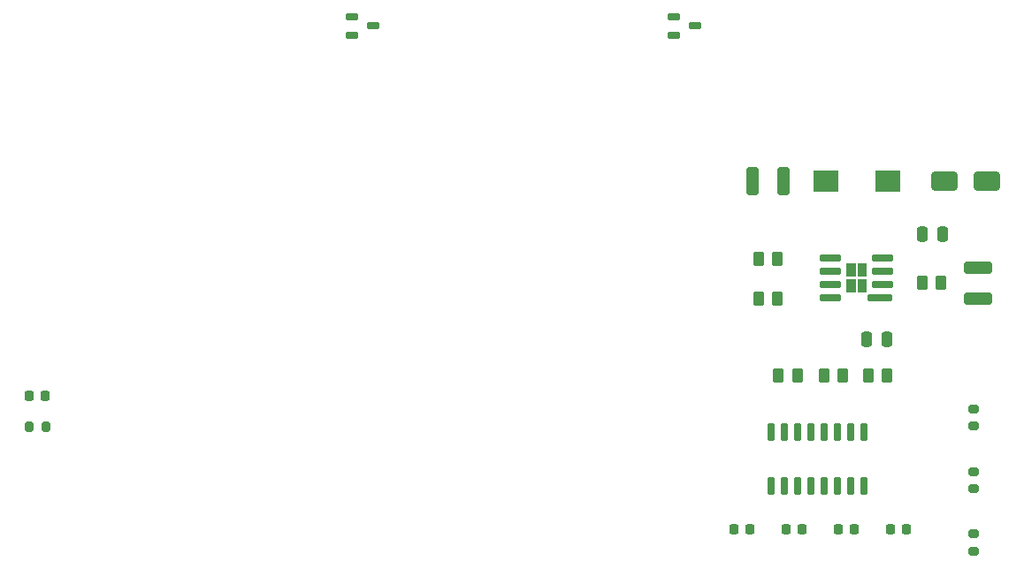
<source format=gtp>
%TF.GenerationSoftware,KiCad,Pcbnew,7.0.1-3b83917a11~171~ubuntu20.04.1*%
%TF.CreationDate,2023-05-08T06:47:33+09:00*%
%TF.ProjectId,pcb,7063622e-6b69-4636-9164-5f7063625858,rev?*%
%TF.SameCoordinates,Original*%
%TF.FileFunction,Paste,Top*%
%TF.FilePolarity,Positive*%
%FSLAX46Y46*%
G04 Gerber Fmt 4.6, Leading zero omitted, Abs format (unit mm)*
G04 Created by KiCad (PCBNEW 7.0.1-3b83917a11~171~ubuntu20.04.1) date 2023-05-08 06:47:33*
%MOMM*%
%LPD*%
G01*
G04 APERTURE LIST*
G04 Aperture macros list*
%AMRoundRect*
0 Rectangle with rounded corners*
0 $1 Rounding radius*
0 $2 $3 $4 $5 $6 $7 $8 $9 X,Y pos of 4 corners*
0 Add a 4 corners polygon primitive as box body*
4,1,4,$2,$3,$4,$5,$6,$7,$8,$9,$2,$3,0*
0 Add four circle primitives for the rounded corners*
1,1,$1+$1,$2,$3*
1,1,$1+$1,$4,$5*
1,1,$1+$1,$6,$7*
1,1,$1+$1,$8,$9*
0 Add four rect primitives between the rounded corners*
20,1,$1+$1,$2,$3,$4,$5,0*
20,1,$1+$1,$4,$5,$6,$7,0*
20,1,$1+$1,$6,$7,$8,$9,0*
20,1,$1+$1,$8,$9,$2,$3,0*%
G04 Aperture macros list end*
%ADD10C,0.010000*%
%ADD11RoundRect,0.150000X0.150000X-0.725000X0.150000X0.725000X-0.150000X0.725000X-0.150000X-0.725000X0*%
%ADD12RoundRect,0.200000X-0.275000X0.200000X-0.275000X-0.200000X0.275000X-0.200000X0.275000X0.200000X0*%
%ADD13RoundRect,0.225000X-0.225000X-0.250000X0.225000X-0.250000X0.225000X0.250000X-0.225000X0.250000X0*%
%ADD14RoundRect,0.250000X0.262500X0.450000X-0.262500X0.450000X-0.262500X-0.450000X0.262500X-0.450000X0*%
%ADD15RoundRect,0.250000X-0.262500X-0.450000X0.262500X-0.450000X0.262500X0.450000X-0.262500X0.450000X0*%
%ADD16RoundRect,0.250000X-0.250000X-0.475000X0.250000X-0.475000X0.250000X0.475000X-0.250000X0.475000X0*%
%ADD17RoundRect,0.250000X-1.100000X0.325000X-1.100000X-0.325000X1.100000X-0.325000X1.100000X0.325000X0*%
%ADD18RoundRect,0.200000X0.200000X0.275000X-0.200000X0.275000X-0.200000X-0.275000X0.200000X-0.275000X0*%
%ADD19R,2.450000X2.100000*%
%ADD20RoundRect,0.225000X0.225000X0.250000X-0.225000X0.250000X-0.225000X-0.250000X0.225000X-0.250000X0*%
%ADD21RoundRect,0.250000X-1.000000X-0.650000X1.000000X-0.650000X1.000000X0.650000X-1.000000X0.650000X0*%
%ADD22RoundRect,0.048800X-0.541200X-0.256200X0.541200X-0.256200X0.541200X0.256200X-0.541200X0.256200X0*%
%ADD23RoundRect,0.096000X-0.889000X-0.204000X0.889000X-0.204000X0.889000X0.204000X-0.889000X0.204000X0*%
%ADD24RoundRect,0.096000X-1.126000X-0.204000X1.126000X-0.204000X1.126000X0.204000X-1.126000X0.204000X0*%
%ADD25RoundRect,0.250000X0.325000X1.100000X-0.325000X1.100000X-0.325000X-1.100000X0.325000X-1.100000X0*%
G04 APERTURE END LIST*
%TO.C,U1*%
D10*
X102187800Y-48999140D02*
X101385528Y-48999140D01*
X101385528Y-47755800D01*
X102187800Y-47755800D01*
X102187800Y-48999140D01*
G36*
X102187800Y-48999140D02*
G01*
X101385528Y-48999140D01*
X101385528Y-47755800D01*
X102187800Y-47755800D01*
X102187800Y-48999140D01*
G37*
X102187800Y-47485509D02*
X101385781Y-47485509D01*
X101385781Y-46245800D01*
X102187800Y-46245800D01*
X102187800Y-47485509D01*
G36*
X102187800Y-47485509D02*
G01*
X101385781Y-47485509D01*
X101385781Y-46245800D01*
X102187800Y-46245800D01*
X102187800Y-47485509D01*
G37*
X103257800Y-48997940D02*
X102458009Y-48997940D01*
X102458009Y-47755800D01*
X103257800Y-47755800D01*
X103257800Y-48997940D01*
G36*
X103257800Y-48997940D02*
G01*
X102458009Y-48997940D01*
X102458009Y-47755800D01*
X103257800Y-47755800D01*
X103257800Y-48997940D01*
G37*
X103257800Y-47485387D02*
X102458213Y-47485387D01*
X102458213Y-46245800D01*
X103257800Y-46245800D01*
X103257800Y-47485387D01*
G36*
X103257800Y-47485387D02*
G01*
X102458213Y-47485387D01*
X102458213Y-46245800D01*
X103257800Y-46245800D01*
X103257800Y-47485387D01*
G37*
%TD*%
D11*
%TO.C,U3*%
X94169400Y-67606200D03*
X95439400Y-67606200D03*
X96709400Y-67606200D03*
X97979400Y-67606200D03*
X99249400Y-67606200D03*
X100519400Y-67606200D03*
X101789400Y-67606200D03*
X103059400Y-67606200D03*
X103059400Y-62456200D03*
X101789400Y-62456200D03*
X100519400Y-62456200D03*
X99249400Y-62456200D03*
X97979400Y-62456200D03*
X96709400Y-62456200D03*
X95439400Y-62456200D03*
X94169400Y-62456200D03*
%TD*%
D12*
%TO.C,R7*%
X113560000Y-60230000D03*
X113560000Y-61880000D03*
%TD*%
%TO.C,R8*%
X113560000Y-66240000D03*
X113560000Y-67890000D03*
%TD*%
D13*
%TO.C,C8*%
X105598800Y-71727200D03*
X107148800Y-71727200D03*
%TD*%
%TO.C,C9*%
X23114000Y-58928000D03*
X24664000Y-58928000D03*
%TD*%
%TO.C,C5*%
X95598800Y-71727200D03*
X97148800Y-71727200D03*
%TD*%
D14*
%TO.C,R2*%
X94779000Y-49654600D03*
X92954000Y-49654600D03*
%TD*%
D15*
%TO.C,R6*%
X99227800Y-57020600D03*
X101052800Y-57020600D03*
%TD*%
D16*
%TO.C,C3*%
X103328600Y-53513600D03*
X105228600Y-53513600D03*
%TD*%
D15*
%TO.C,R3*%
X108623900Y-48130600D03*
X110448900Y-48130600D03*
%TD*%
D12*
%TO.C,R10*%
X113520000Y-72205000D03*
X113520000Y-73855000D03*
%TD*%
D17*
%TO.C,C1*%
X114006800Y-46655600D03*
X114006800Y-49605600D03*
%TD*%
D18*
%TO.C,R9*%
X24764800Y-61899800D03*
X23114800Y-61899800D03*
%TD*%
D14*
%TO.C,R4*%
X105267300Y-57020600D03*
X103442300Y-57020600D03*
%TD*%
D13*
%TO.C,C6*%
X100598800Y-71727200D03*
X102148800Y-71727200D03*
%TD*%
D15*
%TO.C,R5*%
X94833600Y-57020600D03*
X96658600Y-57020600D03*
%TD*%
D19*
%TO.C,L1*%
X105373600Y-38427800D03*
X99373600Y-38427800D03*
%TD*%
D20*
%TO.C,C7*%
X92148800Y-71727200D03*
X90598800Y-71727200D03*
%TD*%
D21*
%TO.C,D1*%
X110787600Y-38402400D03*
X114787600Y-38402400D03*
%TD*%
D22*
%TO.C,Q2*%
X84836000Y-22604800D03*
X84836000Y-24434800D03*
X86886000Y-23519800D03*
%TD*%
%TO.C,Q1*%
X53991400Y-22605400D03*
X53991400Y-24435400D03*
X56041400Y-23520400D03*
%TD*%
D16*
%TO.C,C2*%
X108662600Y-43431600D03*
X110562600Y-43431600D03*
%TD*%
D15*
%TO.C,R1*%
X92954000Y-45870000D03*
X94779000Y-45870000D03*
%TD*%
D23*
%TO.C,U1*%
X99847800Y-45715800D03*
X99847800Y-46985800D03*
X99847800Y-48255800D03*
X99847800Y-49525800D03*
D24*
X104560800Y-49525800D03*
D23*
X104797800Y-48255800D03*
X104797800Y-46985800D03*
X104797800Y-45715800D03*
%TD*%
D25*
%TO.C,C4*%
X95339600Y-38402400D03*
X92389600Y-38402400D03*
%TD*%
M02*

</source>
